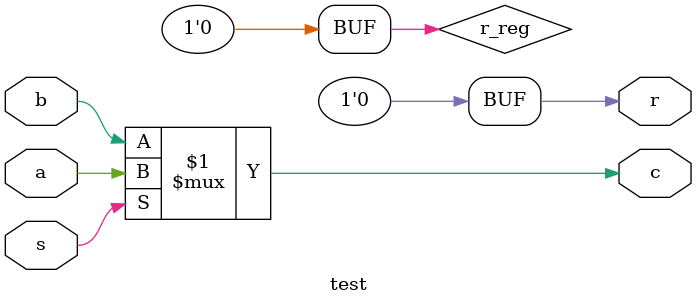
<source format=v>
/* Generated by Yosys 0.9+4052 (git sha1 0ccc7229c, clang 11.0.1-2 -fPIC -Os) */

(* cells_not_processed =  1  *)
(* src = "test_mux.v:1.1-8.10" *)
module test(a, b, s, c, r);
  (* src = "test_mux.v:3.5-3.17" *)
  wire _0_;
  (* src = "test_mux.v:6.12-6.21" *)
  wire _1_;
  (* src = "test_mux.v:1.19-1.20" *)
  input a;
  (* src = "test_mux.v:1.28-1.29" *)
  input b;
  (* src = "test_mux.v:1.47-1.48" *)
  output c;
  (* src = "test_mux.v:1.57-1.58" *)
  output r;
  (* src = "test_mux.v:3.5-3.10" *)
  wire r_reg;
  (* src = "test_mux.v:1.37-1.38" *)
  input s;
  assign _1_ = s ? (* src = "test_mux.v:6.12-6.21" *) a : b;
  assign r = r_reg;
  assign c = _1_;
  assign _0_ = 1'h0;
  assign r_reg = 1'h0;
endmodule

</source>
